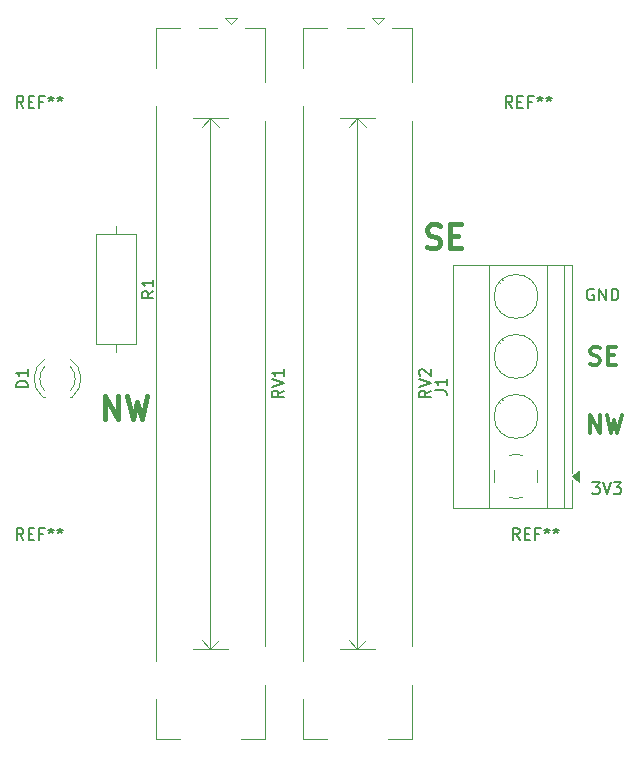
<source format=gbr>
%TF.GenerationSoftware,KiCad,Pcbnew,9.0.0*%
%TF.CreationDate,2025-03-26T13:37:58+01:00*%
%TF.ProjectId,LEDstripCtrl2.1,4c454473-7472-4697-9043-74726c322e31,rev?*%
%TF.SameCoordinates,Original*%
%TF.FileFunction,Legend,Top*%
%TF.FilePolarity,Positive*%
%FSLAX46Y46*%
G04 Gerber Fmt 4.6, Leading zero omitted, Abs format (unit mm)*
G04 Created by KiCad (PCBNEW 9.0.0) date 2025-03-26 13:37:58*
%MOMM*%
%LPD*%
G01*
G04 APERTURE LIST*
%ADD10C,0.300000*%
%ADD11C,0.400000*%
%ADD12C,0.200000*%
%ADD13C,0.150000*%
%ADD14C,0.120000*%
G04 APERTURE END LIST*
D10*
X174904510Y-100500828D02*
X174904510Y-99000828D01*
X174904510Y-99000828D02*
X175761653Y-100500828D01*
X175761653Y-100500828D02*
X175761653Y-99000828D01*
X176333082Y-99000828D02*
X176690225Y-100500828D01*
X176690225Y-100500828D02*
X176975939Y-99429400D01*
X176975939Y-99429400D02*
X177261654Y-100500828D01*
X177261654Y-100500828D02*
X177618797Y-99000828D01*
D11*
X161094109Y-84739200D02*
X161379823Y-84834438D01*
X161379823Y-84834438D02*
X161856014Y-84834438D01*
X161856014Y-84834438D02*
X162046490Y-84739200D01*
X162046490Y-84739200D02*
X162141728Y-84643961D01*
X162141728Y-84643961D02*
X162236966Y-84453485D01*
X162236966Y-84453485D02*
X162236966Y-84263009D01*
X162236966Y-84263009D02*
X162141728Y-84072533D01*
X162141728Y-84072533D02*
X162046490Y-83977295D01*
X162046490Y-83977295D02*
X161856014Y-83882057D01*
X161856014Y-83882057D02*
X161475061Y-83786819D01*
X161475061Y-83786819D02*
X161284585Y-83691580D01*
X161284585Y-83691580D02*
X161189347Y-83596342D01*
X161189347Y-83596342D02*
X161094109Y-83405866D01*
X161094109Y-83405866D02*
X161094109Y-83215390D01*
X161094109Y-83215390D02*
X161189347Y-83024914D01*
X161189347Y-83024914D02*
X161284585Y-82929676D01*
X161284585Y-82929676D02*
X161475061Y-82834438D01*
X161475061Y-82834438D02*
X161951252Y-82834438D01*
X161951252Y-82834438D02*
X162236966Y-82929676D01*
X163094109Y-83786819D02*
X163760776Y-83786819D01*
X164046490Y-84834438D02*
X163094109Y-84834438D01*
X163094109Y-84834438D02*
X163094109Y-82834438D01*
X163094109Y-82834438D02*
X164046490Y-82834438D01*
D12*
X175243482Y-88314838D02*
X175148244Y-88267219D01*
X175148244Y-88267219D02*
X175005387Y-88267219D01*
X175005387Y-88267219D02*
X174862530Y-88314838D01*
X174862530Y-88314838D02*
X174767292Y-88410076D01*
X174767292Y-88410076D02*
X174719673Y-88505314D01*
X174719673Y-88505314D02*
X174672054Y-88695790D01*
X174672054Y-88695790D02*
X174672054Y-88838647D01*
X174672054Y-88838647D02*
X174719673Y-89029123D01*
X174719673Y-89029123D02*
X174767292Y-89124361D01*
X174767292Y-89124361D02*
X174862530Y-89219600D01*
X174862530Y-89219600D02*
X175005387Y-89267219D01*
X175005387Y-89267219D02*
X175100625Y-89267219D01*
X175100625Y-89267219D02*
X175243482Y-89219600D01*
X175243482Y-89219600D02*
X175291101Y-89171980D01*
X175291101Y-89171980D02*
X175291101Y-88838647D01*
X175291101Y-88838647D02*
X175100625Y-88838647D01*
X175719673Y-89267219D02*
X175719673Y-88267219D01*
X175719673Y-88267219D02*
X176291101Y-89267219D01*
X176291101Y-89267219D02*
X176291101Y-88267219D01*
X176767292Y-89267219D02*
X176767292Y-88267219D01*
X176767292Y-88267219D02*
X177005387Y-88267219D01*
X177005387Y-88267219D02*
X177148244Y-88314838D01*
X177148244Y-88314838D02*
X177243482Y-88410076D01*
X177243482Y-88410076D02*
X177291101Y-88505314D01*
X177291101Y-88505314D02*
X177338720Y-88695790D01*
X177338720Y-88695790D02*
X177338720Y-88838647D01*
X177338720Y-88838647D02*
X177291101Y-89029123D01*
X177291101Y-89029123D02*
X177243482Y-89124361D01*
X177243482Y-89124361D02*
X177148244Y-89219600D01*
X177148244Y-89219600D02*
X177005387Y-89267219D01*
X177005387Y-89267219D02*
X176767292Y-89267219D01*
D10*
X174933082Y-94629400D02*
X175147368Y-94700828D01*
X175147368Y-94700828D02*
X175504510Y-94700828D01*
X175504510Y-94700828D02*
X175647368Y-94629400D01*
X175647368Y-94629400D02*
X175718796Y-94557971D01*
X175718796Y-94557971D02*
X175790225Y-94415114D01*
X175790225Y-94415114D02*
X175790225Y-94272257D01*
X175790225Y-94272257D02*
X175718796Y-94129400D01*
X175718796Y-94129400D02*
X175647368Y-94057971D01*
X175647368Y-94057971D02*
X175504510Y-93986542D01*
X175504510Y-93986542D02*
X175218796Y-93915114D01*
X175218796Y-93915114D02*
X175075939Y-93843685D01*
X175075939Y-93843685D02*
X175004510Y-93772257D01*
X175004510Y-93772257D02*
X174933082Y-93629400D01*
X174933082Y-93629400D02*
X174933082Y-93486542D01*
X174933082Y-93486542D02*
X175004510Y-93343685D01*
X175004510Y-93343685D02*
X175075939Y-93272257D01*
X175075939Y-93272257D02*
X175218796Y-93200828D01*
X175218796Y-93200828D02*
X175575939Y-93200828D01*
X175575939Y-93200828D02*
X175790225Y-93272257D01*
X176433081Y-93915114D02*
X176933081Y-93915114D01*
X177147367Y-94700828D02*
X176433081Y-94700828D01*
X176433081Y-94700828D02*
X176433081Y-93200828D01*
X176433081Y-93200828D02*
X177147367Y-93200828D01*
D12*
X175124435Y-104667219D02*
X175743482Y-104667219D01*
X175743482Y-104667219D02*
X175410149Y-105048171D01*
X175410149Y-105048171D02*
X175553006Y-105048171D01*
X175553006Y-105048171D02*
X175648244Y-105095790D01*
X175648244Y-105095790D02*
X175695863Y-105143409D01*
X175695863Y-105143409D02*
X175743482Y-105238647D01*
X175743482Y-105238647D02*
X175743482Y-105476742D01*
X175743482Y-105476742D02*
X175695863Y-105571980D01*
X175695863Y-105571980D02*
X175648244Y-105619600D01*
X175648244Y-105619600D02*
X175553006Y-105667219D01*
X175553006Y-105667219D02*
X175267292Y-105667219D01*
X175267292Y-105667219D02*
X175172054Y-105619600D01*
X175172054Y-105619600D02*
X175124435Y-105571980D01*
X176029197Y-104667219D02*
X176362530Y-105667219D01*
X176362530Y-105667219D02*
X176695863Y-104667219D01*
X176933959Y-104667219D02*
X177553006Y-104667219D01*
X177553006Y-104667219D02*
X177219673Y-105048171D01*
X177219673Y-105048171D02*
X177362530Y-105048171D01*
X177362530Y-105048171D02*
X177457768Y-105095790D01*
X177457768Y-105095790D02*
X177505387Y-105143409D01*
X177505387Y-105143409D02*
X177553006Y-105238647D01*
X177553006Y-105238647D02*
X177553006Y-105476742D01*
X177553006Y-105476742D02*
X177505387Y-105571980D01*
X177505387Y-105571980D02*
X177457768Y-105619600D01*
X177457768Y-105619600D02*
X177362530Y-105667219D01*
X177362530Y-105667219D02*
X177076816Y-105667219D01*
X177076816Y-105667219D02*
X176981578Y-105619600D01*
X176981578Y-105619600D02*
X176933959Y-105571980D01*
D11*
X133839347Y-99334438D02*
X133839347Y-97334438D01*
X133839347Y-97334438D02*
X134982204Y-99334438D01*
X134982204Y-99334438D02*
X134982204Y-97334438D01*
X135744109Y-97334438D02*
X136220299Y-99334438D01*
X136220299Y-99334438D02*
X136601252Y-97905866D01*
X136601252Y-97905866D02*
X136982204Y-99334438D01*
X136982204Y-99334438D02*
X137458395Y-97334438D01*
D13*
X126966666Y-109554819D02*
X126633333Y-109078628D01*
X126395238Y-109554819D02*
X126395238Y-108554819D01*
X126395238Y-108554819D02*
X126776190Y-108554819D01*
X126776190Y-108554819D02*
X126871428Y-108602438D01*
X126871428Y-108602438D02*
X126919047Y-108650057D01*
X126919047Y-108650057D02*
X126966666Y-108745295D01*
X126966666Y-108745295D02*
X126966666Y-108888152D01*
X126966666Y-108888152D02*
X126919047Y-108983390D01*
X126919047Y-108983390D02*
X126871428Y-109031009D01*
X126871428Y-109031009D02*
X126776190Y-109078628D01*
X126776190Y-109078628D02*
X126395238Y-109078628D01*
X127395238Y-109031009D02*
X127728571Y-109031009D01*
X127871428Y-109554819D02*
X127395238Y-109554819D01*
X127395238Y-109554819D02*
X127395238Y-108554819D01*
X127395238Y-108554819D02*
X127871428Y-108554819D01*
X128633333Y-109031009D02*
X128300000Y-109031009D01*
X128300000Y-109554819D02*
X128300000Y-108554819D01*
X128300000Y-108554819D02*
X128776190Y-108554819D01*
X129300000Y-108554819D02*
X129300000Y-108792914D01*
X129061905Y-108697676D02*
X129300000Y-108792914D01*
X129300000Y-108792914D02*
X129538095Y-108697676D01*
X129157143Y-108983390D02*
X129300000Y-108792914D01*
X129300000Y-108792914D02*
X129442857Y-108983390D01*
X130061905Y-108554819D02*
X130061905Y-108792914D01*
X129823810Y-108697676D02*
X130061905Y-108792914D01*
X130061905Y-108792914D02*
X130300000Y-108697676D01*
X129919048Y-108983390D02*
X130061905Y-108792914D01*
X130061905Y-108792914D02*
X130204762Y-108983390D01*
X149004819Y-96895238D02*
X148528628Y-97228571D01*
X149004819Y-97466666D02*
X148004819Y-97466666D01*
X148004819Y-97466666D02*
X148004819Y-97085714D01*
X148004819Y-97085714D02*
X148052438Y-96990476D01*
X148052438Y-96990476D02*
X148100057Y-96942857D01*
X148100057Y-96942857D02*
X148195295Y-96895238D01*
X148195295Y-96895238D02*
X148338152Y-96895238D01*
X148338152Y-96895238D02*
X148433390Y-96942857D01*
X148433390Y-96942857D02*
X148481009Y-96990476D01*
X148481009Y-96990476D02*
X148528628Y-97085714D01*
X148528628Y-97085714D02*
X148528628Y-97466666D01*
X148004819Y-96609523D02*
X149004819Y-96276190D01*
X149004819Y-96276190D02*
X148004819Y-95942857D01*
X149004819Y-95085714D02*
X149004819Y-95657142D01*
X149004819Y-95371428D02*
X148004819Y-95371428D01*
X148004819Y-95371428D02*
X148147676Y-95466666D01*
X148147676Y-95466666D02*
X148242914Y-95561904D01*
X148242914Y-95561904D02*
X148290533Y-95657142D01*
X126966666Y-72954819D02*
X126633333Y-72478628D01*
X126395238Y-72954819D02*
X126395238Y-71954819D01*
X126395238Y-71954819D02*
X126776190Y-71954819D01*
X126776190Y-71954819D02*
X126871428Y-72002438D01*
X126871428Y-72002438D02*
X126919047Y-72050057D01*
X126919047Y-72050057D02*
X126966666Y-72145295D01*
X126966666Y-72145295D02*
X126966666Y-72288152D01*
X126966666Y-72288152D02*
X126919047Y-72383390D01*
X126919047Y-72383390D02*
X126871428Y-72431009D01*
X126871428Y-72431009D02*
X126776190Y-72478628D01*
X126776190Y-72478628D02*
X126395238Y-72478628D01*
X127395238Y-72431009D02*
X127728571Y-72431009D01*
X127871428Y-72954819D02*
X127395238Y-72954819D01*
X127395238Y-72954819D02*
X127395238Y-71954819D01*
X127395238Y-71954819D02*
X127871428Y-71954819D01*
X128633333Y-72431009D02*
X128300000Y-72431009D01*
X128300000Y-72954819D02*
X128300000Y-71954819D01*
X128300000Y-71954819D02*
X128776190Y-71954819D01*
X129300000Y-71954819D02*
X129300000Y-72192914D01*
X129061905Y-72097676D02*
X129300000Y-72192914D01*
X129300000Y-72192914D02*
X129538095Y-72097676D01*
X129157143Y-72383390D02*
X129300000Y-72192914D01*
X129300000Y-72192914D02*
X129442857Y-72383390D01*
X130061905Y-71954819D02*
X130061905Y-72192914D01*
X129823810Y-72097676D02*
X130061905Y-72192914D01*
X130061905Y-72192914D02*
X130300000Y-72097676D01*
X129919048Y-72383390D02*
X130061905Y-72192914D01*
X130061905Y-72192914D02*
X130204762Y-72383390D01*
X168966666Y-109554819D02*
X168633333Y-109078628D01*
X168395238Y-109554819D02*
X168395238Y-108554819D01*
X168395238Y-108554819D02*
X168776190Y-108554819D01*
X168776190Y-108554819D02*
X168871428Y-108602438D01*
X168871428Y-108602438D02*
X168919047Y-108650057D01*
X168919047Y-108650057D02*
X168966666Y-108745295D01*
X168966666Y-108745295D02*
X168966666Y-108888152D01*
X168966666Y-108888152D02*
X168919047Y-108983390D01*
X168919047Y-108983390D02*
X168871428Y-109031009D01*
X168871428Y-109031009D02*
X168776190Y-109078628D01*
X168776190Y-109078628D02*
X168395238Y-109078628D01*
X169395238Y-109031009D02*
X169728571Y-109031009D01*
X169871428Y-109554819D02*
X169395238Y-109554819D01*
X169395238Y-109554819D02*
X169395238Y-108554819D01*
X169395238Y-108554819D02*
X169871428Y-108554819D01*
X170633333Y-109031009D02*
X170300000Y-109031009D01*
X170300000Y-109554819D02*
X170300000Y-108554819D01*
X170300000Y-108554819D02*
X170776190Y-108554819D01*
X171300000Y-108554819D02*
X171300000Y-108792914D01*
X171061905Y-108697676D02*
X171300000Y-108792914D01*
X171300000Y-108792914D02*
X171538095Y-108697676D01*
X171157143Y-108983390D02*
X171300000Y-108792914D01*
X171300000Y-108792914D02*
X171442857Y-108983390D01*
X172061905Y-108554819D02*
X172061905Y-108792914D01*
X171823810Y-108697676D02*
X172061905Y-108792914D01*
X172061905Y-108792914D02*
X172300000Y-108697676D01*
X171919048Y-108983390D02*
X172061905Y-108792914D01*
X172061905Y-108792914D02*
X172204762Y-108983390D01*
X127344819Y-96638094D02*
X126344819Y-96638094D01*
X126344819Y-96638094D02*
X126344819Y-96399999D01*
X126344819Y-96399999D02*
X126392438Y-96257142D01*
X126392438Y-96257142D02*
X126487676Y-96161904D01*
X126487676Y-96161904D02*
X126582914Y-96114285D01*
X126582914Y-96114285D02*
X126773390Y-96066666D01*
X126773390Y-96066666D02*
X126916247Y-96066666D01*
X126916247Y-96066666D02*
X127106723Y-96114285D01*
X127106723Y-96114285D02*
X127201961Y-96161904D01*
X127201961Y-96161904D02*
X127297200Y-96257142D01*
X127297200Y-96257142D02*
X127344819Y-96399999D01*
X127344819Y-96399999D02*
X127344819Y-96638094D01*
X127344819Y-95114285D02*
X127344819Y-95685713D01*
X127344819Y-95399999D02*
X126344819Y-95399999D01*
X126344819Y-95399999D02*
X126487676Y-95495237D01*
X126487676Y-95495237D02*
X126582914Y-95590475D01*
X126582914Y-95590475D02*
X126630533Y-95685713D01*
X161807319Y-96883333D02*
X162521604Y-96883333D01*
X162521604Y-96883333D02*
X162664461Y-96930952D01*
X162664461Y-96930952D02*
X162759700Y-97026190D01*
X162759700Y-97026190D02*
X162807319Y-97169047D01*
X162807319Y-97169047D02*
X162807319Y-97264285D01*
X162807319Y-95883333D02*
X162807319Y-96454761D01*
X162807319Y-96169047D02*
X161807319Y-96169047D01*
X161807319Y-96169047D02*
X161950176Y-96264285D01*
X161950176Y-96264285D02*
X162045414Y-96359523D01*
X162045414Y-96359523D02*
X162093033Y-96454761D01*
X168366666Y-72954819D02*
X168033333Y-72478628D01*
X167795238Y-72954819D02*
X167795238Y-71954819D01*
X167795238Y-71954819D02*
X168176190Y-71954819D01*
X168176190Y-71954819D02*
X168271428Y-72002438D01*
X168271428Y-72002438D02*
X168319047Y-72050057D01*
X168319047Y-72050057D02*
X168366666Y-72145295D01*
X168366666Y-72145295D02*
X168366666Y-72288152D01*
X168366666Y-72288152D02*
X168319047Y-72383390D01*
X168319047Y-72383390D02*
X168271428Y-72431009D01*
X168271428Y-72431009D02*
X168176190Y-72478628D01*
X168176190Y-72478628D02*
X167795238Y-72478628D01*
X168795238Y-72431009D02*
X169128571Y-72431009D01*
X169271428Y-72954819D02*
X168795238Y-72954819D01*
X168795238Y-72954819D02*
X168795238Y-71954819D01*
X168795238Y-71954819D02*
X169271428Y-71954819D01*
X170033333Y-72431009D02*
X169700000Y-72431009D01*
X169700000Y-72954819D02*
X169700000Y-71954819D01*
X169700000Y-71954819D02*
X170176190Y-71954819D01*
X170700000Y-71954819D02*
X170700000Y-72192914D01*
X170461905Y-72097676D02*
X170700000Y-72192914D01*
X170700000Y-72192914D02*
X170938095Y-72097676D01*
X170557143Y-72383390D02*
X170700000Y-72192914D01*
X170700000Y-72192914D02*
X170842857Y-72383390D01*
X171461905Y-71954819D02*
X171461905Y-72192914D01*
X171223810Y-72097676D02*
X171461905Y-72192914D01*
X171461905Y-72192914D02*
X171700000Y-72097676D01*
X171319048Y-72383390D02*
X171461905Y-72192914D01*
X171461905Y-72192914D02*
X171604762Y-72383390D01*
X161454819Y-96895238D02*
X160978628Y-97228571D01*
X161454819Y-97466666D02*
X160454819Y-97466666D01*
X160454819Y-97466666D02*
X160454819Y-97085714D01*
X160454819Y-97085714D02*
X160502438Y-96990476D01*
X160502438Y-96990476D02*
X160550057Y-96942857D01*
X160550057Y-96942857D02*
X160645295Y-96895238D01*
X160645295Y-96895238D02*
X160788152Y-96895238D01*
X160788152Y-96895238D02*
X160883390Y-96942857D01*
X160883390Y-96942857D02*
X160931009Y-96990476D01*
X160931009Y-96990476D02*
X160978628Y-97085714D01*
X160978628Y-97085714D02*
X160978628Y-97466666D01*
X160454819Y-96609523D02*
X161454819Y-96276190D01*
X161454819Y-96276190D02*
X160454819Y-95942857D01*
X160550057Y-95657142D02*
X160502438Y-95609523D01*
X160502438Y-95609523D02*
X160454819Y-95514285D01*
X160454819Y-95514285D02*
X160454819Y-95276190D01*
X160454819Y-95276190D02*
X160502438Y-95180952D01*
X160502438Y-95180952D02*
X160550057Y-95133333D01*
X160550057Y-95133333D02*
X160645295Y-95085714D01*
X160645295Y-95085714D02*
X160740533Y-95085714D01*
X160740533Y-95085714D02*
X160883390Y-95133333D01*
X160883390Y-95133333D02*
X161454819Y-95704761D01*
X161454819Y-95704761D02*
X161454819Y-95085714D01*
X137974819Y-88466666D02*
X137498628Y-88799999D01*
X137974819Y-89038094D02*
X136974819Y-89038094D01*
X136974819Y-89038094D02*
X136974819Y-88657142D01*
X136974819Y-88657142D02*
X137022438Y-88561904D01*
X137022438Y-88561904D02*
X137070057Y-88514285D01*
X137070057Y-88514285D02*
X137165295Y-88466666D01*
X137165295Y-88466666D02*
X137308152Y-88466666D01*
X137308152Y-88466666D02*
X137403390Y-88514285D01*
X137403390Y-88514285D02*
X137451009Y-88561904D01*
X137451009Y-88561904D02*
X137498628Y-88657142D01*
X137498628Y-88657142D02*
X137498628Y-89038094D01*
X137974819Y-87514285D02*
X137974819Y-88085713D01*
X137974819Y-87799999D02*
X136974819Y-87799999D01*
X136974819Y-87799999D02*
X137117676Y-87895237D01*
X137117676Y-87895237D02*
X137212914Y-87990475D01*
X137212914Y-87990475D02*
X137260533Y-88085713D01*
D14*
%TO.C,RV1*%
X138180000Y-66180000D02*
X138180000Y-69565000D01*
X138180000Y-72836000D02*
X138180000Y-119765000D01*
X138180000Y-123036000D02*
X138180000Y-126420000D01*
X140227000Y-66180000D02*
X138180000Y-66180000D01*
X140260000Y-126420000D02*
X138180000Y-126420000D01*
X142800000Y-73800000D02*
X142050000Y-74550000D01*
X142800000Y-73800000D02*
X142800000Y-118800000D01*
X142800000Y-118800000D02*
X142050000Y-118050000D01*
X143375000Y-66180000D02*
X141872000Y-66180000D01*
X143550000Y-74550000D02*
X142800000Y-73800000D01*
X143550000Y-118050000D02*
X142800000Y-118800000D01*
X144050000Y-65375000D02*
X144550000Y-65875000D01*
X144300000Y-73800000D02*
X141300000Y-73800000D01*
X144300000Y-118800000D02*
X141300000Y-118800000D01*
X144550000Y-65875000D02*
X145050000Y-65375000D01*
X145050000Y-65375000D02*
X144050000Y-65375000D01*
X147420000Y-66180000D02*
X145725000Y-66180000D01*
X147420000Y-66180000D02*
X147420000Y-70765000D01*
X147420000Y-74036000D02*
X147420000Y-118565000D01*
X147420000Y-121836000D02*
X147420000Y-126420000D01*
X147420000Y-126420000D02*
X145373000Y-126420000D01*
%TO.C,D1*%
X128614000Y-97460000D02*
X128770000Y-97460000D01*
X130930000Y-97460000D02*
X131086000Y-97460000D01*
X128614484Y-97460000D02*
G75*
G02*
X128769939Y-94228603I1235516J1560000D01*
G01*
X128770000Y-96940961D02*
G75*
G02*
X128769951Y-94859090I1080000J1040961D01*
G01*
X130930049Y-94859090D02*
G75*
G02*
X130930000Y-96940961I-1080049J-1040910D01*
G01*
X130930061Y-94228603D02*
G75*
G02*
X131085516Y-97460000I-1080061J-1671397D01*
G01*
%TO.C,J1*%
X163352500Y-86270000D02*
X173392500Y-86270000D01*
X163352500Y-106830000D02*
X163352500Y-86270000D01*
X163352500Y-106830000D02*
X173392500Y-106830000D01*
X166372500Y-106830000D02*
X166372500Y-86270000D01*
X167261500Y-87746000D02*
X167305500Y-87790000D01*
X167261500Y-92826000D02*
X167305500Y-92870000D01*
X167261500Y-97906000D02*
X167305500Y-97950000D01*
X167488500Y-87519000D02*
X167532500Y-87563000D01*
X167488500Y-92599000D02*
X167532500Y-92643000D01*
X167488500Y-97679000D02*
X167532500Y-97723000D01*
X169812500Y-90297000D02*
X169855500Y-90341000D01*
X169812500Y-95377000D02*
X169855500Y-95421000D01*
X169812500Y-100457000D02*
X169855500Y-100501000D01*
X170039500Y-90070000D02*
X170082500Y-90114000D01*
X170039500Y-95150000D02*
X170082500Y-95194000D01*
X170039500Y-100230000D02*
X170082500Y-100274000D01*
X171272500Y-106830000D02*
X171272500Y-86270000D01*
X172772500Y-106830000D02*
X172772500Y-86270000D01*
X173392500Y-103870000D02*
X173392500Y-86270000D01*
X173392500Y-106830000D02*
X173392500Y-104470000D01*
X166892500Y-104710000D02*
G75*
G02*
X166892294Y-103630679I1780000J540000D01*
G01*
X168132500Y-102390000D02*
G75*
G02*
X169211821Y-102389794I540000J-1780013D01*
G01*
X169212500Y-105950000D02*
G75*
G02*
X168133179Y-105950206I-540000J1780000D01*
G01*
X170452500Y-103630000D02*
G75*
G02*
X170452706Y-104709321I-1780013J-540000D01*
G01*
X170532500Y-88930000D02*
G75*
G02*
X166812500Y-88930000I-1860000J0D01*
G01*
X166812500Y-88930000D02*
G75*
G02*
X170532500Y-88930000I1860000J0D01*
G01*
X170532500Y-94010000D02*
G75*
G02*
X166812500Y-94010000I-1860000J0D01*
G01*
X166812500Y-94010000D02*
G75*
G02*
X170532500Y-94010000I1860000J0D01*
G01*
X170532500Y-99090000D02*
G75*
G02*
X166812500Y-99090000I-1860000J0D01*
G01*
X166812500Y-99090000D02*
G75*
G02*
X170532500Y-99090000I1860000J0D01*
G01*
X174002500Y-104610000D02*
X173392500Y-104170000D01*
X174002500Y-103730000D01*
X174002500Y-104610000D01*
G36*
X174002500Y-104610000D02*
G01*
X173392500Y-104170000D01*
X174002500Y-103730000D01*
X174002500Y-104610000D01*
G37*
%TO.C,RV2*%
X150630000Y-66180000D02*
X150630000Y-69565000D01*
X150630000Y-72836000D02*
X150630000Y-119765000D01*
X150630000Y-123036000D02*
X150630000Y-126420000D01*
X152677000Y-66180000D02*
X150630000Y-66180000D01*
X152710000Y-126420000D02*
X150630000Y-126420000D01*
X155250000Y-73800000D02*
X154500000Y-74550000D01*
X155250000Y-73800000D02*
X155250000Y-118800000D01*
X155250000Y-118800000D02*
X154500000Y-118050000D01*
X155825000Y-66180000D02*
X154322000Y-66180000D01*
X156000000Y-74550000D02*
X155250000Y-73800000D01*
X156000000Y-118050000D02*
X155250000Y-118800000D01*
X156500000Y-65375000D02*
X157000000Y-65875000D01*
X156750000Y-73800000D02*
X153750000Y-73800000D01*
X156750000Y-118800000D02*
X153750000Y-118800000D01*
X157000000Y-65875000D02*
X157500000Y-65375000D01*
X157500000Y-65375000D02*
X156500000Y-65375000D01*
X159870000Y-66180000D02*
X158175000Y-66180000D01*
X159870000Y-66180000D02*
X159870000Y-70765000D01*
X159870000Y-74036000D02*
X159870000Y-118565000D01*
X159870000Y-121836000D02*
X159870000Y-126420000D01*
X159870000Y-126420000D02*
X157823000Y-126420000D01*
%TO.C,R1*%
X133080000Y-83680000D02*
X133080000Y-92920000D01*
X133080000Y-92920000D02*
X136520000Y-92920000D01*
X134800000Y-82990000D02*
X134800000Y-83680000D01*
X134800000Y-93610000D02*
X134800000Y-92920000D01*
X136520000Y-83680000D02*
X133080000Y-83680000D01*
X136520000Y-92920000D02*
X136520000Y-83680000D01*
%TD*%
M02*

</source>
